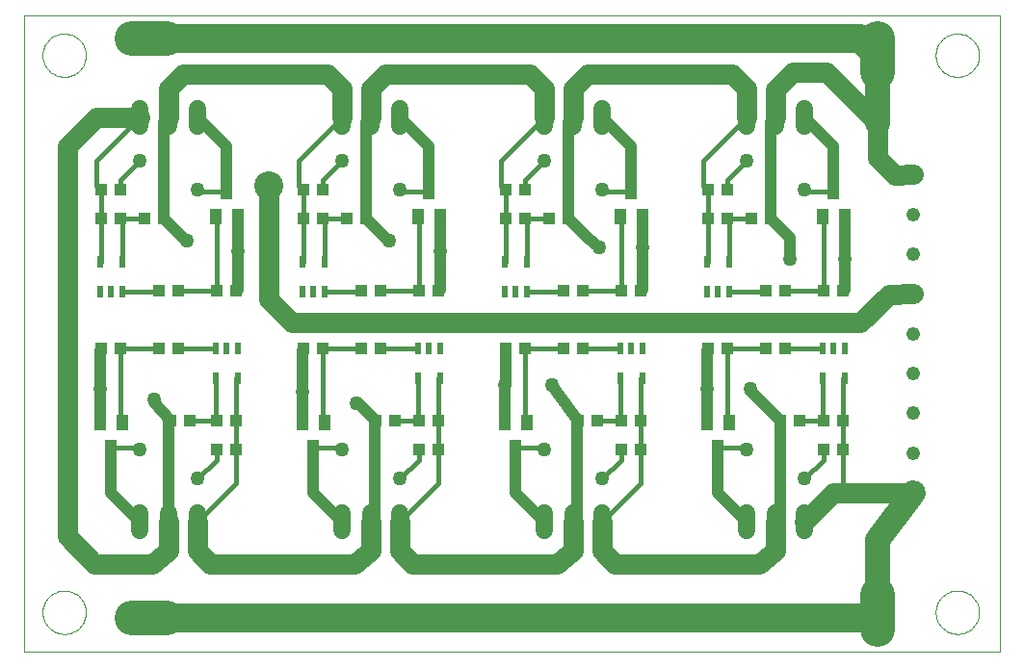
<source format=gtl>
G75*
G70*
%OFA0B0*%
%FSLAX24Y24*%
%IPPOS*%
%LPD*%
%AMOC8*
5,1,8,0,0,1.08239X$1,22.5*
%
%ADD10C,0.0000*%
%ADD11R,0.0394X0.0433*%
%ADD12C,0.0600*%
%ADD13R,0.0394X0.0551*%
%ADD14R,0.0236X0.0413*%
%ADD15R,0.0480X0.0480*%
%ADD16C,0.0480*%
%ADD17C,0.1185*%
%ADD18C,0.0160*%
%ADD19C,0.0700*%
%ADD20C,0.0860*%
%ADD21C,0.1000*%
%ADD22C,0.0400*%
%ADD23C,0.0500*%
%ADD24C,0.1000*%
D10*
X000101Y000101D02*
X000101Y022148D01*
X033843Y022148D01*
X033843Y000101D01*
X000101Y000101D01*
X000729Y001479D02*
X000731Y001533D01*
X000737Y001587D01*
X000747Y001640D01*
X000760Y001693D01*
X000777Y001744D01*
X000798Y001794D01*
X000823Y001842D01*
X000851Y001889D01*
X000882Y001933D01*
X000916Y001975D01*
X000953Y002014D01*
X000993Y002051D01*
X001036Y002084D01*
X001081Y002115D01*
X001128Y002142D01*
X001176Y002165D01*
X001227Y002185D01*
X001278Y002202D01*
X001331Y002214D01*
X001384Y002223D01*
X001438Y002228D01*
X001493Y002229D01*
X001547Y002226D01*
X001600Y002219D01*
X001653Y002208D01*
X001706Y002194D01*
X001757Y002176D01*
X001806Y002154D01*
X001854Y002129D01*
X001900Y002100D01*
X001944Y002068D01*
X001985Y002033D01*
X002023Y001995D01*
X002059Y001954D01*
X002092Y001911D01*
X002122Y001866D01*
X002148Y001818D01*
X002171Y001769D01*
X002190Y001718D01*
X002205Y001667D01*
X002217Y001614D01*
X002225Y001560D01*
X002229Y001506D01*
X002229Y001452D01*
X002225Y001398D01*
X002217Y001344D01*
X002205Y001291D01*
X002190Y001240D01*
X002171Y001189D01*
X002148Y001140D01*
X002122Y001092D01*
X002092Y001047D01*
X002059Y001004D01*
X002023Y000963D01*
X001985Y000925D01*
X001944Y000890D01*
X001900Y000858D01*
X001854Y000829D01*
X001806Y000804D01*
X001757Y000782D01*
X001706Y000764D01*
X001653Y000750D01*
X001600Y000739D01*
X001547Y000732D01*
X001493Y000729D01*
X001438Y000730D01*
X001384Y000735D01*
X001331Y000744D01*
X001278Y000756D01*
X001227Y000773D01*
X001176Y000793D01*
X001128Y000816D01*
X001081Y000843D01*
X001036Y000874D01*
X000993Y000907D01*
X000953Y000944D01*
X000916Y000983D01*
X000882Y001025D01*
X000851Y001069D01*
X000823Y001116D01*
X000798Y001164D01*
X000777Y001214D01*
X000760Y001265D01*
X000747Y001318D01*
X000737Y001371D01*
X000731Y001425D01*
X000729Y001479D01*
X000729Y020770D02*
X000731Y020824D01*
X000737Y020878D01*
X000747Y020931D01*
X000760Y020984D01*
X000777Y021035D01*
X000798Y021085D01*
X000823Y021133D01*
X000851Y021180D01*
X000882Y021224D01*
X000916Y021266D01*
X000953Y021305D01*
X000993Y021342D01*
X001036Y021375D01*
X001081Y021406D01*
X001128Y021433D01*
X001176Y021456D01*
X001227Y021476D01*
X001278Y021493D01*
X001331Y021505D01*
X001384Y021514D01*
X001438Y021519D01*
X001493Y021520D01*
X001547Y021517D01*
X001600Y021510D01*
X001653Y021499D01*
X001706Y021485D01*
X001757Y021467D01*
X001806Y021445D01*
X001854Y021420D01*
X001900Y021391D01*
X001944Y021359D01*
X001985Y021324D01*
X002023Y021286D01*
X002059Y021245D01*
X002092Y021202D01*
X002122Y021157D01*
X002148Y021109D01*
X002171Y021060D01*
X002190Y021009D01*
X002205Y020958D01*
X002217Y020905D01*
X002225Y020851D01*
X002229Y020797D01*
X002229Y020743D01*
X002225Y020689D01*
X002217Y020635D01*
X002205Y020582D01*
X002190Y020531D01*
X002171Y020480D01*
X002148Y020431D01*
X002122Y020383D01*
X002092Y020338D01*
X002059Y020295D01*
X002023Y020254D01*
X001985Y020216D01*
X001944Y020181D01*
X001900Y020149D01*
X001854Y020120D01*
X001806Y020095D01*
X001757Y020073D01*
X001706Y020055D01*
X001653Y020041D01*
X001600Y020030D01*
X001547Y020023D01*
X001493Y020020D01*
X001438Y020021D01*
X001384Y020026D01*
X001331Y020035D01*
X001278Y020047D01*
X001227Y020064D01*
X001176Y020084D01*
X001128Y020107D01*
X001081Y020134D01*
X001036Y020165D01*
X000993Y020198D01*
X000953Y020235D01*
X000916Y020274D01*
X000882Y020316D01*
X000851Y020360D01*
X000823Y020407D01*
X000798Y020455D01*
X000777Y020505D01*
X000760Y020556D01*
X000747Y020609D01*
X000737Y020662D01*
X000731Y020716D01*
X000729Y020770D01*
X031634Y020770D02*
X031636Y020824D01*
X031642Y020878D01*
X031652Y020931D01*
X031665Y020984D01*
X031682Y021035D01*
X031703Y021085D01*
X031728Y021133D01*
X031756Y021180D01*
X031787Y021224D01*
X031821Y021266D01*
X031858Y021305D01*
X031898Y021342D01*
X031941Y021375D01*
X031986Y021406D01*
X032033Y021433D01*
X032081Y021456D01*
X032132Y021476D01*
X032183Y021493D01*
X032236Y021505D01*
X032289Y021514D01*
X032343Y021519D01*
X032398Y021520D01*
X032452Y021517D01*
X032505Y021510D01*
X032558Y021499D01*
X032611Y021485D01*
X032662Y021467D01*
X032711Y021445D01*
X032759Y021420D01*
X032805Y021391D01*
X032849Y021359D01*
X032890Y021324D01*
X032928Y021286D01*
X032964Y021245D01*
X032997Y021202D01*
X033027Y021157D01*
X033053Y021109D01*
X033076Y021060D01*
X033095Y021009D01*
X033110Y020958D01*
X033122Y020905D01*
X033130Y020851D01*
X033134Y020797D01*
X033134Y020743D01*
X033130Y020689D01*
X033122Y020635D01*
X033110Y020582D01*
X033095Y020531D01*
X033076Y020480D01*
X033053Y020431D01*
X033027Y020383D01*
X032997Y020338D01*
X032964Y020295D01*
X032928Y020254D01*
X032890Y020216D01*
X032849Y020181D01*
X032805Y020149D01*
X032759Y020120D01*
X032711Y020095D01*
X032662Y020073D01*
X032611Y020055D01*
X032558Y020041D01*
X032505Y020030D01*
X032452Y020023D01*
X032398Y020020D01*
X032343Y020021D01*
X032289Y020026D01*
X032236Y020035D01*
X032183Y020047D01*
X032132Y020064D01*
X032081Y020084D01*
X032033Y020107D01*
X031986Y020134D01*
X031941Y020165D01*
X031898Y020198D01*
X031858Y020235D01*
X031821Y020274D01*
X031787Y020316D01*
X031756Y020360D01*
X031728Y020407D01*
X031703Y020455D01*
X031682Y020505D01*
X031665Y020556D01*
X031652Y020609D01*
X031642Y020662D01*
X031636Y020716D01*
X031634Y020770D01*
X031634Y001479D02*
X031636Y001533D01*
X031642Y001587D01*
X031652Y001640D01*
X031665Y001693D01*
X031682Y001744D01*
X031703Y001794D01*
X031728Y001842D01*
X031756Y001889D01*
X031787Y001933D01*
X031821Y001975D01*
X031858Y002014D01*
X031898Y002051D01*
X031941Y002084D01*
X031986Y002115D01*
X032033Y002142D01*
X032081Y002165D01*
X032132Y002185D01*
X032183Y002202D01*
X032236Y002214D01*
X032289Y002223D01*
X032343Y002228D01*
X032398Y002229D01*
X032452Y002226D01*
X032505Y002219D01*
X032558Y002208D01*
X032611Y002194D01*
X032662Y002176D01*
X032711Y002154D01*
X032759Y002129D01*
X032805Y002100D01*
X032849Y002068D01*
X032890Y002033D01*
X032928Y001995D01*
X032964Y001954D01*
X032997Y001911D01*
X033027Y001866D01*
X033053Y001818D01*
X033076Y001769D01*
X033095Y001718D01*
X033110Y001667D01*
X033122Y001614D01*
X033130Y001560D01*
X033134Y001506D01*
X033134Y001452D01*
X033130Y001398D01*
X033122Y001344D01*
X033110Y001291D01*
X033095Y001240D01*
X033076Y001189D01*
X033053Y001140D01*
X033027Y001092D01*
X032997Y001047D01*
X032964Y001004D01*
X032928Y000963D01*
X032890Y000925D01*
X032849Y000890D01*
X032805Y000858D01*
X032759Y000829D01*
X032711Y000804D01*
X032662Y000782D01*
X032611Y000764D01*
X032558Y000750D01*
X032505Y000739D01*
X032452Y000732D01*
X032398Y000729D01*
X032343Y000730D01*
X032289Y000735D01*
X032236Y000744D01*
X032183Y000756D01*
X032132Y000773D01*
X032081Y000793D01*
X032033Y000816D01*
X031986Y000843D01*
X031941Y000874D01*
X031898Y000907D01*
X031858Y000944D01*
X031821Y000983D01*
X031787Y001025D01*
X031756Y001069D01*
X031728Y001116D01*
X031703Y001164D01*
X031682Y001214D01*
X031665Y001265D01*
X031652Y001318D01*
X031642Y001371D01*
X031636Y001425D01*
X031634Y001479D01*
D11*
X028435Y007101D03*
X027766Y007101D03*
X027766Y008101D03*
X028435Y008101D03*
X026935Y008101D03*
X026266Y008101D03*
X026435Y010601D03*
X025766Y010601D03*
X024435Y010601D03*
X023766Y010601D03*
X025766Y012601D03*
X026435Y012601D03*
X027766Y012601D03*
X028435Y012601D03*
X025935Y015101D03*
X025266Y015101D03*
X024435Y015101D03*
X023766Y015101D03*
X023766Y016101D03*
X024435Y016101D03*
X021435Y012601D03*
X020766Y012601D03*
X019435Y012601D03*
X018766Y012601D03*
X018766Y010601D03*
X019435Y010601D03*
X017435Y010601D03*
X016766Y010601D03*
X014435Y012601D03*
X013766Y012601D03*
X012435Y012601D03*
X011766Y012601D03*
X011766Y010601D03*
X012435Y010601D03*
X010435Y010601D03*
X009766Y010601D03*
X007435Y012601D03*
X006766Y012601D03*
X005435Y012601D03*
X004766Y012601D03*
X004766Y010601D03*
X005435Y010601D03*
X003435Y010601D03*
X002766Y010601D03*
X005141Y008101D03*
X005810Y008101D03*
X006766Y008101D03*
X007435Y008101D03*
X007435Y007101D03*
X006766Y007101D03*
X012266Y008101D03*
X012935Y008101D03*
X013766Y008101D03*
X014435Y008101D03*
X014435Y007101D03*
X013766Y007101D03*
X019266Y008101D03*
X019935Y008101D03*
X020766Y008101D03*
X021435Y008101D03*
X021435Y007101D03*
X020766Y007101D03*
X018935Y015101D03*
X018266Y015101D03*
X017435Y015101D03*
X016766Y015101D03*
X016766Y016101D03*
X017435Y016101D03*
X011935Y015101D03*
X011266Y015101D03*
X010435Y015101D03*
X009766Y015101D03*
X009766Y016101D03*
X010435Y016101D03*
X004935Y015101D03*
X004266Y015101D03*
X003435Y015101D03*
X002766Y015101D03*
X002766Y016101D03*
X003435Y016101D03*
D12*
X004101Y018301D02*
X004101Y018901D01*
X005101Y018901D02*
X005101Y018301D01*
X006101Y018301D02*
X006101Y018901D01*
X011101Y018901D02*
X011101Y018301D01*
X012101Y018301D02*
X012101Y018901D01*
X013101Y018901D02*
X013101Y018301D01*
X018101Y018301D02*
X018101Y018901D01*
X019101Y018901D02*
X019101Y018301D01*
X020101Y018301D02*
X020101Y018901D01*
X025101Y018901D02*
X025101Y018301D01*
X026101Y018301D02*
X026101Y018901D01*
X027101Y018901D02*
X027101Y018301D01*
X027101Y004901D02*
X027101Y004301D01*
X026101Y004301D02*
X026101Y004901D01*
X025101Y004901D02*
X025101Y004301D01*
X020101Y004301D02*
X020101Y004901D01*
X019101Y004901D02*
X019101Y004301D01*
X018101Y004301D02*
X018101Y004901D01*
X013101Y004901D02*
X013101Y004301D01*
X012101Y004301D02*
X012101Y004901D01*
X011101Y004901D02*
X011101Y004301D01*
X006101Y004301D02*
X006101Y004901D01*
X005101Y004901D02*
X005101Y004301D01*
X004101Y004301D02*
X004101Y004901D01*
D13*
X003101Y007168D03*
X003475Y008034D03*
X002727Y008034D03*
X009727Y008034D03*
X010475Y008034D03*
X010101Y007168D03*
X016727Y008034D03*
X017475Y008034D03*
X017101Y007168D03*
X023727Y008034D03*
X024475Y008034D03*
X024101Y007168D03*
X021475Y015168D03*
X020727Y015168D03*
X021101Y016034D03*
X027727Y015168D03*
X028475Y015168D03*
X028101Y016034D03*
X014475Y015168D03*
X013727Y015168D03*
X014101Y016034D03*
X007475Y015168D03*
X006727Y015168D03*
X007101Y016034D03*
D14*
X009727Y013632D03*
X010475Y013632D03*
X010475Y012569D03*
X010101Y012569D03*
X009727Y012569D03*
X007475Y010632D03*
X007101Y010632D03*
X006727Y010632D03*
X006727Y009569D03*
X007475Y009569D03*
X003475Y012569D03*
X003101Y012569D03*
X002727Y012569D03*
X002727Y013632D03*
X003475Y013632D03*
X013727Y010632D03*
X014101Y010632D03*
X014475Y010632D03*
X014475Y009569D03*
X013727Y009569D03*
X016727Y012569D03*
X017101Y012569D03*
X017475Y012569D03*
X017475Y013632D03*
X016727Y013632D03*
X020727Y010632D03*
X021101Y010632D03*
X021475Y010632D03*
X021475Y009569D03*
X020727Y009569D03*
X023727Y012569D03*
X024101Y012569D03*
X024475Y012569D03*
X024475Y013632D03*
X023727Y013632D03*
X027727Y010632D03*
X028101Y010632D03*
X028475Y010632D03*
X028475Y009569D03*
X027727Y009569D03*
D15*
X030845Y005613D03*
D16*
X030845Y006991D03*
X030845Y008369D03*
X030845Y009746D03*
X030845Y011124D03*
X030845Y012502D03*
X030845Y013880D03*
X030845Y015258D03*
X030845Y016636D03*
D17*
X029628Y020178D02*
X029628Y021363D01*
X005024Y021361D02*
X003839Y021361D01*
X029628Y002071D02*
X029628Y000886D01*
X005024Y001282D02*
X003839Y001282D01*
D18*
X006101Y004601D02*
X007435Y005935D01*
X007435Y007101D01*
X007435Y008101D01*
X007435Y009569D01*
X007475Y009569D01*
X006727Y009569D02*
X006727Y008101D01*
X006766Y008101D01*
X005810Y008101D01*
X006766Y007101D02*
X006766Y006766D01*
X006101Y006101D01*
X004101Y007101D02*
X004034Y007168D01*
X003101Y007168D01*
X003475Y008034D02*
X003435Y008073D01*
X003435Y010601D01*
X003475Y010601D01*
X003435Y010601D02*
X004766Y010601D01*
X005435Y010601D02*
X005435Y010632D01*
X006727Y010632D01*
X006766Y012601D02*
X006727Y012601D01*
X006766Y012601D02*
X006766Y015128D01*
X006727Y015168D01*
X007101Y016034D02*
X006168Y016034D01*
X006101Y016101D01*
X004266Y015101D02*
X003435Y015101D01*
X003475Y015101D01*
X003475Y013632D01*
X002766Y013632D02*
X002766Y015101D01*
X002766Y016101D01*
X002601Y016266D01*
X002601Y017101D01*
X004101Y018601D01*
X004101Y017101D02*
X003435Y016435D01*
X003435Y016101D01*
X002766Y013632D02*
X002727Y013632D01*
X003475Y012569D02*
X004766Y012569D01*
X004766Y012601D01*
X005435Y012601D02*
X006766Y012601D01*
X009727Y013632D02*
X009766Y013632D01*
X009766Y015101D01*
X009766Y016101D01*
X009601Y016266D01*
X009601Y017101D01*
X011101Y018601D01*
X011101Y017101D02*
X010435Y016435D01*
X010435Y016101D01*
X010435Y015101D02*
X011266Y015101D01*
X010475Y015101D02*
X010475Y013632D01*
X010475Y012569D02*
X011766Y012569D01*
X011766Y012601D01*
X012435Y012601D02*
X013766Y012601D01*
X013766Y015128D01*
X013727Y015168D01*
X014101Y016034D02*
X013168Y016034D01*
X013101Y016101D01*
X010475Y015101D02*
X010435Y015101D01*
X013727Y012601D02*
X013766Y012601D01*
X013727Y010632D02*
X012435Y010632D01*
X012435Y010601D01*
X011766Y010601D02*
X010435Y010601D01*
X010435Y008073D01*
X010475Y008034D01*
X010101Y007168D02*
X011034Y007168D01*
X011101Y007101D01*
X012935Y008101D02*
X013766Y008101D01*
X013727Y008101D01*
X013727Y009569D01*
X014435Y009569D02*
X014435Y008101D01*
X014435Y007101D01*
X014435Y005935D01*
X013101Y004601D01*
X013101Y006101D02*
X013766Y006766D01*
X013766Y007101D01*
X014435Y009569D02*
X014475Y009569D01*
X017435Y010601D02*
X017435Y008073D01*
X017475Y008034D01*
X017101Y007168D02*
X018034Y007168D01*
X018101Y007101D01*
X019935Y008101D02*
X020766Y008101D01*
X020727Y008101D01*
X020727Y009569D01*
X021435Y009569D02*
X021435Y008101D01*
X021435Y007101D01*
X021435Y005935D01*
X020101Y004601D01*
X020101Y006101D02*
X020766Y006766D01*
X020766Y007101D01*
X021435Y009569D02*
X021475Y009569D01*
X020727Y010632D02*
X019435Y010632D01*
X019435Y010601D01*
X018766Y010601D02*
X017435Y010601D01*
X017475Y010601D01*
X017475Y012569D02*
X018766Y012569D01*
X018766Y012601D01*
X019435Y012601D02*
X020766Y012601D01*
X020766Y015128D01*
X020727Y015168D01*
X021101Y016034D02*
X020168Y016034D01*
X020101Y016101D01*
X018266Y015101D02*
X017435Y015101D01*
X017475Y015101D01*
X017475Y013632D01*
X016766Y013632D02*
X016766Y015101D01*
X016766Y016101D01*
X016601Y016266D01*
X016601Y017101D01*
X018101Y018601D01*
X018101Y017101D02*
X017435Y016435D01*
X017435Y016101D01*
X016766Y013632D02*
X016727Y013632D01*
X020727Y012601D02*
X020766Y012601D01*
X023727Y013632D02*
X023766Y013632D01*
X023766Y015101D01*
X023766Y016101D01*
X023601Y016266D01*
X023601Y017101D01*
X025101Y018601D01*
X025101Y017101D02*
X024435Y016435D01*
X024435Y016101D01*
X024435Y015101D02*
X025266Y015101D01*
X024475Y015101D02*
X024475Y013632D01*
X024475Y012569D02*
X025766Y012569D01*
X025766Y012601D01*
X026435Y012601D02*
X027766Y012601D01*
X027766Y015128D01*
X027727Y015168D01*
X028101Y016034D02*
X027168Y016034D01*
X027101Y016101D01*
X024475Y015101D02*
X024435Y015101D01*
X027727Y012601D02*
X027766Y012601D01*
X027727Y010632D02*
X026435Y010632D01*
X026435Y010601D01*
X025766Y010601D02*
X024435Y010601D01*
X024435Y008073D01*
X024475Y008034D01*
X024101Y007168D02*
X025034Y007168D01*
X025101Y007101D01*
X026935Y008101D02*
X027766Y008101D01*
X027727Y008101D01*
X027727Y009569D01*
X028435Y009569D02*
X028435Y008101D01*
X028435Y007101D01*
X028435Y005935D01*
X028105Y005605D01*
X027101Y006101D02*
X027766Y006766D01*
X027766Y007101D01*
X028435Y009569D02*
X028475Y009569D01*
X024475Y010601D02*
X024435Y010601D01*
X010475Y010601D02*
X010435Y010601D01*
D19*
X009353Y011518D02*
X008565Y012306D01*
X008565Y016243D01*
X011101Y018601D02*
X011101Y019601D01*
X010601Y020101D01*
X005601Y020101D01*
X005101Y019601D01*
X005101Y018601D01*
X004101Y018601D02*
X002601Y018601D01*
X001601Y017601D01*
X001601Y004101D01*
X002538Y003163D01*
X004538Y003163D01*
X005101Y003601D01*
X005101Y004601D01*
X006101Y004601D02*
X006101Y003601D01*
X006538Y003163D01*
X011538Y003163D01*
X012101Y003601D01*
X012101Y004601D01*
X013101Y004601D02*
X013101Y003601D01*
X013538Y003163D01*
X018538Y003163D01*
X019101Y003601D01*
X019101Y004601D01*
X020101Y004601D02*
X020101Y003601D01*
X020538Y003163D01*
X025538Y003163D01*
X026101Y003601D01*
X026101Y004601D01*
X027101Y004601D02*
X028105Y005605D01*
X030845Y005613D01*
X029038Y011518D02*
X009353Y011518D01*
X012101Y018601D02*
X012101Y019601D01*
X012601Y020101D01*
X017601Y020101D01*
X018101Y019601D01*
X018101Y018601D01*
X019101Y018601D02*
X019101Y019601D01*
X019601Y020101D01*
X024601Y020101D01*
X025101Y019601D01*
X025101Y018601D01*
X026085Y018617D02*
X026101Y018601D01*
X026085Y018617D02*
X026085Y019589D01*
X026676Y020180D01*
X027857Y020180D01*
X029628Y018408D01*
X029628Y017227D01*
X030227Y016628D01*
X030845Y016636D01*
X030845Y012502D02*
X030014Y012494D01*
X029038Y011518D01*
D20*
X030845Y005613D02*
X029628Y003994D01*
X029628Y001479D01*
X029628Y018408D02*
X029628Y020770D01*
D21*
X029038Y021361D01*
X004431Y021361D01*
X029431Y001282D02*
X029628Y001479D01*
X029431Y001282D02*
X004431Y001282D01*
D22*
X004101Y004601D02*
X003101Y005601D01*
X003101Y007168D01*
X002726Y008034D02*
X002727Y008034D01*
X002726Y008034D02*
X002726Y009226D01*
X002726Y010560D01*
X002766Y010601D01*
X004601Y008851D02*
X004601Y008766D01*
X005141Y008101D01*
X005101Y008060D01*
X005101Y004601D01*
X009727Y008034D02*
X009727Y009100D01*
X009726Y009101D01*
X009726Y010560D01*
X009766Y010601D01*
X011601Y008726D02*
X011641Y008726D01*
X012266Y008101D01*
X012226Y008060D01*
X012226Y004726D01*
X012101Y004601D01*
X011101Y004601D02*
X010101Y005601D01*
X010101Y007168D01*
X016727Y008034D02*
X016727Y009350D01*
X016726Y009351D01*
X016766Y009391D01*
X016766Y010601D01*
X018351Y009351D02*
X018601Y009016D01*
X019266Y008101D01*
X019226Y008060D01*
X019226Y004726D01*
X019101Y004601D01*
X018101Y004601D02*
X017101Y005601D01*
X017101Y007168D01*
X023727Y008034D02*
X023727Y009100D01*
X023727Y010561D01*
X023766Y010601D01*
X023726Y009226D02*
X023727Y009100D01*
X025226Y009226D02*
X025266Y009101D01*
X026266Y008101D01*
X026266Y004766D01*
X026101Y004601D01*
X025101Y004601D02*
X024101Y005601D01*
X024101Y007168D01*
X021435Y012601D02*
X021475Y012640D01*
X021475Y014102D01*
X021476Y014101D01*
X021475Y014102D02*
X021475Y015168D01*
X021101Y016034D02*
X021101Y017601D01*
X020101Y018601D01*
X019101Y018601D02*
X018935Y018435D01*
X018935Y015101D01*
X019601Y014435D01*
X019976Y014101D01*
X014476Y013976D02*
X014475Y013977D01*
X014475Y012640D01*
X014435Y012601D01*
X014475Y013977D02*
X014475Y015168D01*
X014101Y016034D02*
X014101Y017601D01*
X013101Y018601D01*
X012101Y018601D02*
X011935Y018435D01*
X011935Y015101D01*
X012685Y014351D01*
X012726Y014351D01*
X007476Y013976D02*
X007475Y013977D01*
X007475Y012640D01*
X007435Y012601D01*
X007475Y013977D02*
X007475Y015168D01*
X007101Y016034D02*
X007101Y017601D01*
X006101Y018601D01*
X005101Y018601D02*
X004935Y018435D01*
X004935Y015101D01*
X005685Y014351D01*
X005726Y014351D01*
X025935Y015101D02*
X026601Y014435D01*
X026601Y013726D01*
X028476Y013726D02*
X028475Y013977D01*
X028475Y012640D01*
X028435Y012601D01*
X028475Y013977D02*
X028475Y015168D01*
X028101Y016034D02*
X028101Y017601D01*
X027101Y018601D01*
X026101Y018601D02*
X025935Y018435D01*
X025935Y015101D01*
D23*
X027101Y016101D03*
X025101Y017101D03*
X021476Y014101D03*
X019976Y014101D03*
X020101Y016101D03*
X018101Y017101D03*
X014476Y013976D03*
X012726Y014351D03*
X013101Y016101D03*
X011101Y017101D03*
X007476Y013976D03*
X005726Y014351D03*
X006101Y016101D03*
X004101Y017101D03*
X002726Y009226D03*
X004601Y008851D03*
X004101Y007101D03*
X006101Y006101D03*
X009726Y009101D03*
X011601Y008726D03*
X011101Y007101D03*
X013101Y006101D03*
X016726Y009351D03*
X018351Y009351D03*
X018101Y007101D03*
X020101Y006101D03*
X023726Y009226D03*
X025226Y009226D03*
X025101Y007101D03*
X027101Y006101D03*
X026601Y013726D03*
X028476Y013726D03*
D24*
X008565Y016243D03*
M02*

</source>
